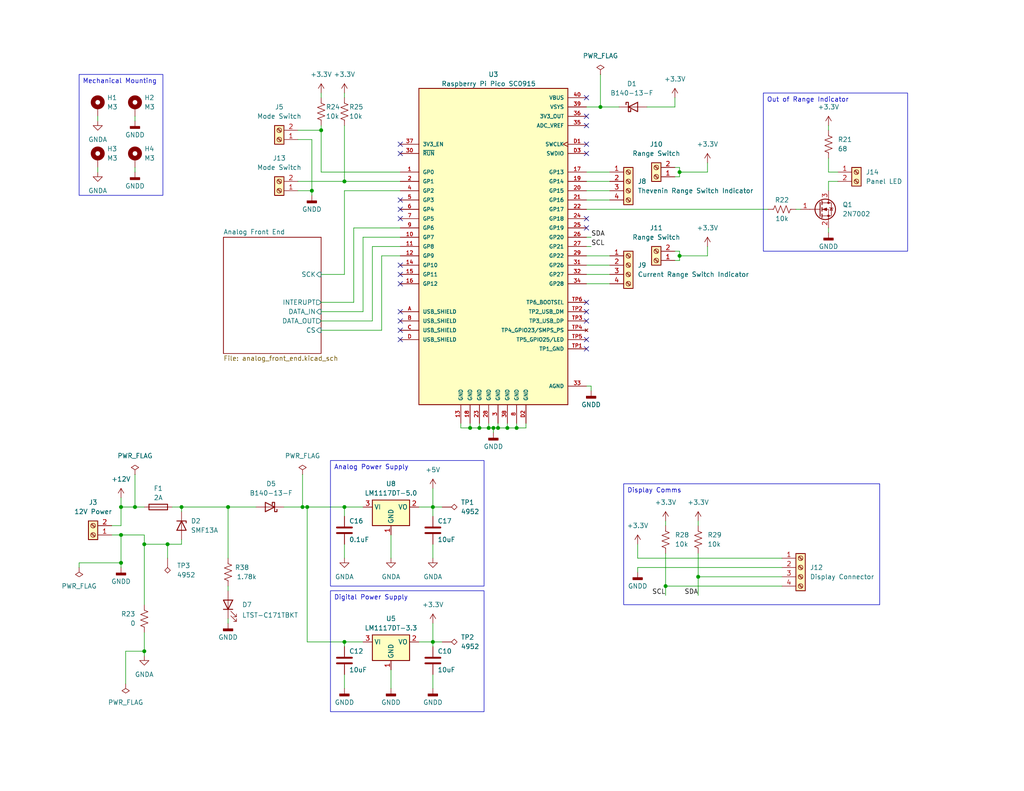
<source format=kicad_sch>
(kicad_sch (version 20230121) (generator eeschema)
  (paper "A")
  (title_block (title "LCR Meter") (date "2023-10-27") (rev "1"))
  (lib_symbols
    (symbol "Connector:Screw_Terminal_01x02" (pin_names (offset 1.016) hide)
      (property "Reference" "J" (at 0 2.54 0))
      (property "Value" "Screw_Terminal_01x02" (at 0 -5.08 0))
      (symbol "Screw_Terminal_01x02_1_1"
        (rectangle (start -1.27 1.27) (end 1.27 -3.81) (stroke (width 0.254)) (fill (type background)))
        (circle (center 0 -2.54) (radius 0.635) (stroke (width 0.1524)))
        (polyline (pts (xy -0.5334 -2.2098) (xy 0.3302 -3.048)) (stroke (width 0.1524)))
        (polyline (pts (xy -0.5334 0.3302) (xy 0.3302 -0.508)) (stroke (width 0.1524)))
        (polyline (pts (xy -0.3556 -2.032) (xy 0.508 -2.8702)) (stroke (width 0.1524)))
        (polyline (pts (xy -0.3556 0.508) (xy 0.508 -0.3302)) (stroke (width 0.1524)))
        (circle (center 0 0) (radius 0.635) (stroke (width 0.1524)))
        (pin passive line (at -5.08 0 0) (length 3.81) (name "Pin_1") (number "1"))
        (pin passive line (at -5.08 -2.54 0) (length 3.81) (name "Pin_2") (number "2"))
      )
    )
    (symbol "Connector:Screw_Terminal_01x04" (pin_names (offset 1.016) hide)
      (property "Reference" "J" (at 0 5.08 0))
      (property "Value" "Screw_Terminal_01x04" (at 0 -7.62 0))
      (symbol "Screw_Terminal_01x04_1_1"
        (rectangle (start -1.27 3.81) (end 1.27 -6.35) (stroke (width 0.254)) (fill (type background)))
        (circle (center 0 -5.08) (radius 0.635) (stroke (width 0.1524)))
        (circle (center 0 -2.54) (radius 0.635) (stroke (width 0.1524)))
        (polyline (pts (xy -0.5334 -4.7498) (xy 0.3302 -5.588)) (stroke (width 0.1524)))
        (polyline (pts (xy -0.5334 -2.2098) (xy 0.3302 -3.048)) (stroke (width 0.1524)))
        (polyline (pts (xy -0.5334 0.3302) (xy 0.3302 -0.508)) (stroke (width 0.1524)))
        (polyline (pts (xy -0.5334 2.8702) (xy 0.3302 2.032)) (stroke (width 0.1524)))
        (polyline (pts (xy -0.3556 -4.572) (xy 0.508 -5.4102)) (stroke (width 0.1524)))
        (polyline (pts (xy -0.3556 -2.032) (xy 0.508 -2.8702)) (stroke (width 0.1524)))
        (polyline (pts (xy -0.3556 0.508) (xy 0.508 -0.3302)) (stroke (width 0.1524)))
        (polyline (pts (xy -0.3556 3.048) (xy 0.508 2.2098)) (stroke (width 0.1524)))
        (circle (center 0 0) (radius 0.635) (stroke (width 0.1524)))
        (circle (center 0 2.54) (radius 0.635) (stroke (width 0.1524)))
        (pin passive line (at -5.08 2.54 0) (length 3.81) (name "Pin_1") (number "1"))
        (pin passive line (at -5.08 0 0) (length 3.81) (name "Pin_2") (number "2"))
        (pin passive line (at -5.08 -2.54 0) (length 3.81) (name "Pin_3") (number "3"))
        (pin passive line (at -5.08 -5.08 0) (length 3.81) (name "Pin_4") (number "4"))
      )
    )
    (symbol "Connector:TestPoint_Alt" (pin_numbers hide) (pin_names (offset 0.762) hide)
      (property "Reference" "TP" (at 0 6.858 0))
      (property "Value" "TestPoint_Alt" (at 0 5.08 0))
      (symbol "TestPoint_Alt_0_1"
        (polyline (pts (xy 0 2.54) (xy -0.762 3.302) (xy 0 4.064) (xy 0.762 3.302) (xy 0 2.54)))
      )
      (symbol "TestPoint_Alt_1_1"
        (pin passive line (at 0 0 90) (length 2.54) (name "1") (number "1"))
      )
    )
    (symbol "Device:C" (pin_numbers hide) (pin_names (offset 0.254))
      (property "Reference" "C" (at 0.635 2.54 0))
      (property "Value" "C" (at 0.635 -2.54 0))
      (symbol "C_0_1"
        (polyline (pts (xy -2.032 -0.762) (xy 2.032 -0.762)) (stroke (width 0.508)))
        (polyline (pts (xy -2.032 0.762) (xy 2.032 0.762)) (stroke (width 0.508)))
      )
      (symbol "C_1_1"
        (pin passive line (at 0 3.81 270) (length 2.794) (name "~") (number "1"))
        (pin passive line (at 0 -3.81 90) (length 2.794) (name "~") (number "2"))
      )
    )
    (symbol "Device:D_Zener" (pin_numbers hide) (pin_names (offset 1.016) hide)
      (property "Reference" "D" (at 0 2.54 0))
      (property "Value" "D_Zener" (at 0 -2.54 0))
      (symbol "D_Zener_0_1"
        (polyline (pts (xy 1.27 0) (xy -1.27 0)))
        (polyline (pts (xy -1.27 -1.27) (xy -1.27 1.27) (xy -0.762 1.27)) (stroke (width 0.254)))
        (polyline (pts (xy 1.27 -1.27) (xy 1.27 1.27) (xy -1.27 0) (xy 1.27 -1.27)) (stroke (width 0.254)))
      )
      (symbol "D_Zener_1_1"
        (pin passive line (at -3.81 0 0) (length 2.54) (name "K") (number "1"))
        (pin passive line (at 3.81 0 180) (length 2.54) (name "A") (number "2"))
      )
    )
    (symbol "Device:Fuse" (pin_numbers hide) (pin_names (offset 0))
      (property "Reference" "F" (at 2.032 0 90))
      (property "Value" "Fuse" (at -1.905 0 90))
      (symbol "Fuse_0_1"
        (rectangle (start -0.762 -2.54) (end 0.762 2.54) (stroke (width 0.254)))
        (polyline (pts (xy 0 2.54) (xy 0 -2.54)))
      )
      (symbol "Fuse_1_1"
        (pin passive line (at 0 3.81 270) (length 1.27) (name "~") (number "1"))
        (pin passive line (at 0 -3.81 90) (length 1.27) (name "~") (number "2"))
      )
    )
    (symbol "Device:LED" (pin_numbers hide) (pin_names (offset 1.016) hide)
      (property "Reference" "D" (at 0 2.54 0))
      (property "Value" "LED" (at 0 -2.54 0))
      (symbol "LED_0_1"
        (polyline (pts (xy -1.27 -1.27) (xy -1.27 1.27)) (stroke (width 0.254)))
        (polyline (pts (xy -1.27 0) (xy 1.27 0)))
        (polyline (pts (xy 1.27 -1.27) (xy 1.27 1.27) (xy -1.27 0) (xy 1.27 -1.27)) (stroke (width 0.254)))
        (polyline (pts (xy -3.048 -0.762) (xy -4.572 -2.286) (xy -3.81 -2.286) (xy -4.572 -2.286) (xy -4.572 -1.524)))
        (polyline (pts (xy -1.778 -0.762) (xy -3.302 -2.286) (xy -2.54 -2.286) (xy -3.302 -2.286) (xy -3.302 -1.524)))
      )
      (symbol "LED_1_1"
        (pin passive line (at -3.81 0 0) (length 2.54) (name "K") (number "1"))
        (pin passive line (at 3.81 0 180) (length 2.54) (name "A") (number "2"))
      )
    )
    (symbol "Device:R_US" (pin_numbers hide) (pin_names (offset 0))
      (property "Reference" "R" (at 2.54 0 90))
      (property "Value" "R_US" (at -2.54 0 90))
      (symbol "R_US_0_1"
        (polyline (pts (xy 0 -2.286) (xy 0 -2.54)))
        (polyline (pts (xy 0 2.286) (xy 0 2.54)))
        (polyline (pts (xy 0 -0.762) (xy 1.016 -1.143) (xy 0 -1.524) (xy -1.016 -1.905) (xy 0 -2.286)))
        (polyline (pts (xy 0 0.762) (xy 1.016 0.381) (xy 0 0) (xy -1.016 -0.381) (xy 0 -0.762)))
        (polyline (pts (xy 0 2.286) (xy 1.016 1.905) (xy 0 1.524) (xy -1.016 1.143) (xy 0 0.762)))
      )
      (symbol "R_US_1_1"
        (pin passive line (at 0 3.81 270) (length 1.27) (name "~") (number "1"))
        (pin passive line (at 0 -3.81 90) (length 1.27) (name "~") (number "2"))
      )
    )
    (symbol "Diode:1N5817" (pin_numbers hide) (pin_names (offset 1.016) hide)
      (property "Reference" "D" (at 0 2.54 0))
      (property "Value" "1N5817" (at 0 -2.54 0))
      (symbol "1N5817_0_1"
        (polyline (pts (xy 1.27 0) (xy -1.27 0)))
        (polyline (pts (xy 1.27 1.27) (xy 1.27 -1.27) (xy -1.27 0) (xy 1.27 1.27)) (stroke (width 0.254)))
        (polyline (pts (xy -1.905 0.635) (xy -1.905 1.27) (xy -1.27 1.27) (xy -1.27 -1.27) (xy -0.635 -1.27) (xy -0.635 -0.635)) (stroke (width 0.254)))
      )
      (symbol "1N5817_1_1"
        (pin passive line (at -3.81 0 0) (length 2.54) (name "K") (number "1"))
        (pin passive line (at 3.81 0 180) (length 2.54) (name "A") (number "2"))
      )
    )
    (symbol "LCR_parts:SC0915" (pin_names (offset 1.016))
      (property "Reference" "U" (at -20.32 44.069 0))
      (property "Value" "SC0915" (at 10.16 43.18 0))
      (symbol "SC0915_0_0"
        (rectangle (start -20.32 -43.18) (end 20.32 43.18) (stroke (width 0.254)) (fill (type background)))
        (pin bidirectional line (at -25.4 20.32 0) (length 5.08) (name "GP0") (number "1"))
        (pin bidirectional line (at -25.4 2.54 0) (length 5.08) (name "GP7") (number "10"))
        (pin bidirectional line (at -25.4 0 0) (length 5.08) (name "GP8") (number "11"))
        (pin bidirectional line (at -25.4 -2.54 0) (length 5.08) (name "GP9") (number "12"))
        (pin power_in line (at -8.89 -48.26 90) (length 5.08) (name "GND") (number "13"))
        (pin bidirectional line (at -25.4 -5.08 0) (length 5.08) (name "GP10") (number "14"))
        (pin bidirectional line (at -25.4 -7.62 0) (length 5.08) (name "GP11") (number "15"))
        (pin bidirectional line (at -25.4 -10.16 0) (length 5.08) (name "GP12") (number "16"))
        (pin bidirectional line (at 25.4 20.32 180) (length 5.08) (name "GP13") (number "17"))
        (pin power_in line (at -6.35 -48.26 90) (length 5.08) (name "GND") (number "18"))
        (pin bidirectional line (at 25.4 17.78 180) (length 5.08) (name "GP14") (number "19"))
        (pin bidirectional line (at -25.4 17.78 0) (length 5.08) (name "GP1") (number "2"))
        (pin bidirectional line (at 25.4 15.24 180) (length 5.08) (name "GP15") (number "20"))
        (pin bidirectional line (at 25.4 12.7 180) (length 5.08) (name "GP16") (number "21"))
        (pin bidirectional line (at 25.4 10.16 180) (length 5.08) (name "GP17") (number "22"))
        (pin power_in line (at -3.81 -48.26 90) (length 5.08) (name "GND") (number "23"))
        (pin bidirectional line (at 25.4 7.62 180) (length 5.08) (name "GP18") (number "24"))
        (pin bidirectional line (at 25.4 5.08 180) (length 5.08) (name "GP19") (number "25"))
        (pin bidirectional line (at 25.4 2.54 180) (length 5.08) (name "GP20") (number "26"))
        (pin bidirectional line (at 25.4 0 180) (length 5.08) (name "GP21") (number "27"))
        (pin power_in line (at -1.27 -48.26 90) (length 5.08) (name "GND") (number "28"))
        (pin bidirectional line (at 25.4 -2.54 180) (length 5.08) (name "GP22") (number "29"))
        (pin power_in line (at 1.27 -48.26 90) (length 5.08) (name "GND") (number "3"))
        (pin input line (at -25.4 25.4 0) (length 5.08) (name "~{RUN}") (number "30"))
        (pin bidirectional line (at 25.4 -5.08 180) (length 5.08) (name "GP26") (number "31"))
        (pin bidirectional line (at 25.4 -7.62 180) (length 5.08) (name "GP27") (number "32"))
        (pin power_in line (at 25.4 -38.1 180) (length 5.08) (name "AGND") (number "33"))
        (pin bidirectional line (at 25.4 -10.16 180) (length 5.08) (name "GP28") (number "34"))
        (pin power_in line (at 25.4 33.02 180) (length 5.08) (name "ADC_VREF") (number "35"))
        (pin power_in line (at 25.4 35.56 180) (length 5.08) (name "3V3_OUT") (number "36"))
        (pin input line (at -25.4 27.94 0) (length 5.08) (name "3V3_EN") (number "37"))
        (pin power_in line (at 3.81 -48.26 90) (length 5.08) (name "GND") (number "38"))
        (pin power_in line (at 25.4 38.1 180) (length 5.08) (name "VSYS") (number "39"))
        (pin bidirectional line (at -25.4 15.24 0) (length 5.08) (name "GP2") (number "4"))
        (pin power_in line (at 25.4 40.64 180) (length 5.08) (name "VBUS") (number "40"))
        (pin bidirectional line (at -25.4 12.7 0) (length 5.08) (name "GP3") (number "5"))
        (pin bidirectional line (at -25.4 10.16 0) (length 5.08) (name "GP4") (number "6"))
        (pin bidirectional line (at -25.4 7.62 0) (length 5.08) (name "GP5") (number "7"))
        (pin power_in line (at 6.35 -48.26 90) (length 5.08) (name "GND") (number "8"))
        (pin bidirectional line (at -25.4 5.08 0) (length 5.08) (name "GP6") (number "9"))
        (pin power_in line (at -25.4 -17.78 0) (length 5.08) (name "USB_SHIELD") (number "A"))
        (pin power_in line (at -25.4 -20.32 0) (length 5.08) (name "USB_SHIELD") (number "B"))
        (pin power_in line (at -25.4 -22.86 0) (length 5.08) (name "USB_SHIELD") (number "C"))
        (pin power_in line (at -25.4 -25.4 0) (length 5.08) (name "USB_SHIELD") (number "D"))
        (pin input clock (at 25.4 27.94 180) (length 5.08) (name "SWCLK") (number "D1"))
        (pin power_in line (at 8.89 -48.26 90) (length 5.08) (name "GND") (number "D2"))
        (pin bidirectional line (at 25.4 25.4 180) (length 5.08) (name "SWDIO") (number "D3"))
        (pin power_in line (at 25.4 -27.94 180) (length 5.08) (name "TP1_GND") (number "TP1"))
        (pin bidirectional line (at 25.4 -17.78 180) (length 5.08) (name "TP2_USB_DM") (number "TP2"))
        (pin bidirectional line (at 25.4 -20.32 180) (length 5.08) (name "TP3_USB_DP") (number "TP3"))
        (pin no_connect line (at 25.4 -22.86 180) (length 5.08) (name "TP4_GPIO23/SMPS_PS") (number "TP4"))
        (pin output line (at 25.4 -25.4 180) (length 5.08) (name "TP5_GPIO25/LED") (number "TP5"))
        (pin input line (at 25.4 -15.24 180) (length 5.08) (name "TP6_BOOTSEL") (number "TP6"))
      )
    )
    (symbol "Mechanical:MountingHole_Pad" (pin_numbers hide) (pin_names (offset 1.016) hide)
      (property "Reference" "H" (at 0 6.35 0))
      (property "Value" "MountingHole_Pad" (at 0 4.445 0))
      (symbol "MountingHole_Pad_0_1"
        (circle (center 0 1.27) (radius 1.27) (stroke (width 1.27)))
      )
      (symbol "MountingHole_Pad_1_1"
        (pin input line (at 0 -2.54 90) (length 2.54) (name "1") (number "1"))
      )
    )
    (symbol "Regulator_Linear:LM1117DT-3.3"
      (property "Reference" "U" (at -3.81 3.175 0))
      (property "Value" "LM1117DT-3.3" (at 0 3.175 0))
      (symbol "LM1117DT-3.3_0_1"
        (rectangle (start -5.08 -5.08) (end 5.08 1.905) (stroke (width 0.254)) (fill (type background)))
      )
      (symbol "LM1117DT-3.3_1_1"
        (pin power_in line (at 0 -7.62 90) (length 2.54) (name "GND") (number "1"))
        (pin power_out line (at 7.62 0 180) (length 2.54) (name "VO") (number "2"))
        (pin power_in line (at -7.62 0 0) (length 2.54) (name "VI") (number "3"))
      )
    )
    (symbol "Regulator_Linear:LM1117DT-5.0"
      (property "Reference" "U" (at -3.81 3.175 0))
      (property "Value" "LM1117DT-5.0" (at 0 3.175 0))
      (symbol "LM1117DT-5.0_0_1"
        (rectangle (start -5.08 -5.08) (end 5.08 1.905) (stroke (width 0.254)) (fill (type background)))
      )
      (symbol "LM1117DT-5.0_1_1"
        (pin power_in line (at 0 -7.62 90) (length 2.54) (name "GND") (number "1"))
        (pin power_out line (at 7.62 0 180) (length 2.54) (name "VO") (number "2"))
        (pin power_in line (at -7.62 0 0) (length 2.54) (name "VI") (number "3"))
      )
    )
    (symbol "Transistor_FET:2N7002" (pin_names hide)
      (property "Reference" "Q" (at 5.08 1.905 0))
      (property "Value" "2N7002" (at 5.08 0 0))
      (symbol "2N7002_0_1"
        (polyline (pts (xy 0.254 0) (xy -2.54 0)))
        (polyline (pts (xy 0.254 1.905) (xy 0.254 -1.905)) (stroke (width 0.254)))
        (polyline (pts (xy 0.762 -1.27) (xy 0.762 -2.286)) (stroke (width 0.254)))
        (polyline (pts (xy 0.762 0.508) (xy 0.762 -0.508)) (stroke (width 0.254)))
        (polyline (pts (xy 0.762 2.286) (xy 0.762 1.27)) (stroke (width 0.254)))
        (polyline (pts (xy 2.54 2.54) (xy 2.54 1.778)))
        (polyline (pts (xy 2.54 -2.54) (xy 2.54 0) (xy 0.762 0)))
        (polyline (pts (xy 0.762 -1.778) (xy 3.302 -1.778) (xy 3.302 1.778) (xy 0.762 1.778)))
        (polyline (pts (xy 1.016 0) (xy 2.032 0.381) (xy 2.032 -0.381) (xy 1.016 0)) (fill (type outline)))
        (polyline (pts (xy 2.794 0.508) (xy 2.921 0.381) (xy 3.683 0.381) (xy 3.81 0.254)))
        (polyline (pts (xy 3.302 0.381) (xy 2.921 -0.254) (xy 3.683 -0.254) (xy 3.302 0.381)))
        (circle (center 1.651 0) (radius 2.794) (stroke (width 0.254)))
        (circle (center 2.54 -1.778) (radius 0.254) (fill (type outline)))
        (circle (center 2.54 1.778) (radius 0.254) (fill (type outline)))
      )
      (symbol "2N7002_1_1"
        (pin input line (at -5.08 0 0) (length 2.54) (name "G") (number "1"))
        (pin passive line (at 2.54 -5.08 90) (length 2.54) (name "S") (number "2"))
        (pin passive line (at 2.54 5.08 270) (length 2.54) (name "D") (number "3"))
      )
    )
    (symbol "power:+12V" (power) (pin_names (offset 0))
      (property "Value" "+12V" (at 0 3.556 0))
      (symbol "+12V_0_1"
        (polyline (pts (xy -0.762 1.27) (xy 0 2.54)))
        (polyline (pts (xy 0 0) (xy 0 2.54)))
        (polyline (pts (xy 0 2.54) (xy 0.762 1.27)))
      )
      (symbol "+12V_1_1"
        (pin power_in line (at 0 0 90) (length 0) hide (name "+12V") (number "1"))
      )
    )
    (symbol "power:+3.3V" (power) (pin_names (offset 0))
      (property "Value" "+3.3V" (at 0 3.556 0))
      (symbol "+3.3V_0_1"
        (polyline (pts (xy -0.762 1.27) (xy 0 2.54)))
        (polyline (pts (xy 0 0) (xy 0 2.54)))
        (polyline (pts (xy 0 2.54) (xy 0.762 1.27)))
      )
      (symbol "+3.3V_1_1"
        (pin power_in line (at 0 0 90) (length 0) hide (name "+3.3V") (number "1"))
      )
    )
    (symbol "power:+5V" (power) (pin_names (offset 0))
      (property "Value" "+5V" (at 0 3.556 0))
      (symbol "+5V_0_1"
        (polyline (pts (xy -0.762 1.27) (xy 0 2.54)))
        (polyline (pts (xy 0 0) (xy 0 2.54)))
        (polyline (pts (xy 0 2.54) (xy 0.762 1.27)))
      )
      (symbol "+5V_1_1"
        (pin power_in line (at 0 0 90) (length 0) hide (name "+5V") (number "1"))
      )
    )
    (symbol "power:GNDA" (power) (pin_names (offset 0))
      (property "Value" "GNDA" (at 0 -3.81 0))
      (symbol "GNDA_0_1"
        (polyline (pts (xy 0 0) (xy 0 -1.27) (xy 1.27 -1.27) (xy 0 -2.54) (xy -1.27 -1.27) (xy 0 -1.27)))
      )
      (symbol "GNDA_1_1"
        (pin power_in line (at 0 0 270) (length 0) hide (name "GNDA") (number "1"))
      )
    )
    (symbol "power:GNDD" (power) (pin_names (offset 0))
      (property "Value" "GNDD" (at 0 -3.175 0))
      (symbol "GNDD_0_1"
        (rectangle (start -1.27 -1.524) (end 1.27 -2.032) (stroke (width 0.254)) (fill (type outline)))
        (polyline (pts (xy 0 0) (xy 0 -1.524)))
      )
      (symbol "GNDD_1_1"
        (pin power_in line (at 0 0 270) (length 0) hide (name "GNDD") (number "1"))
      )
    )
    (symbol "power:PWR_FLAG" (power) (pin_numbers hide) (pin_names (offset 0) hide)
      (property "Value" "PWR_FLAG" (at 0 3.81 0))
      (symbol "PWR_FLAG_0_0"
        (pin power_out line (at 0 0 90) (length 0) (name "pwr") (number "1"))
      )
      (symbol "PWR_FLAG_0_1"
        (polyline (pts (xy 0 0) (xy 0 1.27) (xy -1.016 1.905) (xy 0 2.54) (xy 1.016 1.905) (xy 0 1.27)))
      )
    )
  )
  (junction (at 87.63 35.56))
  (junction (at 82.55 138.43))
  (junction (at 93.98 138.43))
  (junction (at 39.37 177.8))
  (junction (at 93.98 49.53))
  (junction (at 45.72 148.59))
  (junction (at 33.02 146.05))
  (junction (at 185.42 69.85))
  (junction (at 135.89 116.84))
  (junction (at 33.02 138.43))
  (junction (at 130.81 116.84))
  (junction (at 49.53 138.43))
  (junction (at 134.62 116.84))
  (junction (at 33.02 153.67))
  (junction (at 128.27 116.84))
  (junction (at 138.43 116.84))
  (junction (at 163.83 29.21))
  (junction (at 85.09 52.07))
  (junction (at 118.11 175.26))
  (junction (at 185.42 46.99))
  (junction (at 118.11 138.43))
  (junction (at 62.23 138.43))
  (junction (at 83.82 138.43))
  (junction (at 39.37 148.59))
  (junction (at 133.35 116.84))
  (junction (at 140.97 116.84))
  (junction (at 181.61 160.02))
  (junction (at 36.83 138.43))
  (junction (at 190.5 157.48))
  (junction (at 93.98 175.26))
  (no_connect (at 160.02 41.91))
  (no_connect (at 109.22 74.93))
  (no_connect (at 109.22 77.47))
  (no_connect (at 160.02 87.63))
  (no_connect (at 160.02 62.23))
  (no_connect (at 160.02 95.25))
  (no_connect (at 160.02 92.71))
  (no_connect (at 160.02 85.09))
  (no_connect (at 109.22 90.17))
  (no_connect (at 160.02 82.55))
  (no_connect (at 160.02 39.37))
  (no_connect (at 109.22 72.39))
  (no_connect (at 109.22 59.69))
  (no_connect (at 109.22 87.63))
  (no_connect (at 109.22 54.61))
  (no_connect (at 109.22 57.15))
  (no_connect (at 109.22 92.71))
  (no_connect (at 160.02 34.29))
  (no_connect (at 160.02 31.75))
  (no_connect (at 109.22 85.09))
  (no_connect (at 160.02 26.67))
  (no_connect (at 109.22 41.91))
  (no_connect (at 160.02 59.69))
  (no_connect (at 109.22 39.37))
  (wire (pts (xy 62.23 160.02) (xy 62.23 161.29)))
  (wire (pts (xy 114.3 138.43) (xy 118.11 138.43)))
  (wire (pts (xy 190.5 157.48) (xy 190.5 162.56)))
  (wire (pts (xy 93.98 74.93) (xy 93.98 52.07)))
  (wire (pts (xy 160.02 46.99) (xy 166.37 46.99)))
  (wire (pts (xy 30.48 143.51) (xy 33.02 143.51)))
  (wire (pts (xy 81.28 49.53) (xy 93.98 49.53)))
  (wire (pts (xy 49.53 148.59) (xy 45.72 148.59)))
  (wire (pts (xy 87.63 26.67) (xy 87.63 25.4)))
  (wire (pts (xy 118.11 133.35) (xy 118.11 138.43)))
  (wire (pts (xy 62.23 138.43) (xy 62.23 152.4)))
  (wire (pts (xy 83.82 138.43) (xy 83.82 175.26)))
  (wire (pts (xy 185.42 46.99) (xy 185.42 48.26)))
  (wire (pts (xy 33.02 138.43) (xy 36.83 138.43)))
  (wire (pts (xy 128.27 116.84) (xy 130.81 116.84)))
  (wire (pts (xy 118.11 175.26) (xy 120.65 175.26)))
  (wire (pts (xy 160.02 105.41) (xy 161.29 105.41)))
  (wire (pts (xy 93.98 26.67) (xy 93.98 25.4)))
  (wire (pts (xy 181.61 151.13) (xy 181.61 160.02)))
  (wire (pts (xy 173.99 152.4) (xy 173.99 148.59)))
  (wire (pts (xy 87.63 74.93) (xy 93.98 74.93)))
  (wire (pts (xy 93.98 49.53) (xy 109.22 49.53)))
  (wire (pts (xy 133.35 115.57) (xy 133.35 116.84)))
  (wire (pts (xy 118.11 138.43) (xy 120.65 138.43)))
  (wire (pts (xy 39.37 172.72) (xy 39.37 177.8)))
  (wire (pts (xy 85.09 52.07) (xy 85.09 53.34)))
  (wire (pts (xy 193.04 69.85) (xy 193.04 67.31)))
  (wire (pts (xy 99.06 64.77) (xy 99.06 85.09)))
  (wire (pts (xy 226.06 46.99) (xy 228.6 46.99)))
  (wire (pts (xy 163.83 29.21) (xy 168.91 29.21)))
  (wire (pts (xy 62.23 138.43) (xy 69.85 138.43)))
  (wire (pts (xy 185.42 45.72) (xy 185.42 46.99)))
  (wire (pts (xy 101.6 87.63) (xy 87.63 87.63)))
  (wire (pts (xy 184.15 26.67) (xy 184.15 29.21)))
  (wire (pts (xy 21.59 153.67) (xy 33.02 153.67)))
  (wire (pts (xy 109.22 64.77) (xy 99.06 64.77)))
  (wire (pts (xy 36.83 129.54) (xy 36.83 138.43)))
  (wire (pts (xy 118.11 184.15) (xy 118.11 187.96)))
  (wire (pts (xy 39.37 177.8) (xy 39.37 179.07)))
  (wire (pts (xy 49.53 138.43) (xy 62.23 138.43)))
  (wire (pts (xy 160.02 52.07) (xy 166.37 52.07)))
  (wire (pts (xy 114.3 175.26) (xy 118.11 175.26)))
  (wire (pts (xy 87.63 90.17) (xy 104.14 90.17)))
  (wire (pts (xy 85.09 38.1) (xy 85.09 52.07)))
  (wire (pts (xy 93.98 187.96) (xy 93.98 184.15)))
  (wire (pts (xy 21.59 153.67) (xy 21.59 154.94)))
  (wire (pts (xy 181.61 160.02) (xy 213.36 160.02)))
  (wire (pts (xy 33.02 146.05) (xy 33.02 153.67)))
  (wire (pts (xy 140.97 116.84) (xy 143.51 116.84)))
  (wire (pts (xy 185.42 69.85) (xy 193.04 69.85)))
  (wire (pts (xy 118.11 175.26) (xy 118.11 176.53)))
  (wire (pts (xy 34.29 177.8) (xy 39.37 177.8)))
  (wire (pts (xy 135.89 115.57) (xy 135.89 116.84)))
  (wire (pts (xy 161.29 105.41) (xy 161.29 106.68)))
  (wire (pts (xy 36.83 45.72) (xy 36.83 46.99)))
  (wire (pts (xy 160.02 72.39) (xy 166.37 72.39)))
  (wire (pts (xy 181.61 160.02) (xy 181.61 162.56)))
  (wire (pts (xy 49.53 147.32) (xy 49.53 148.59)))
  (wire (pts (xy 30.48 146.05) (xy 33.02 146.05)))
  (wire (pts (xy 160.02 49.53) (xy 166.37 49.53)))
  (wire (pts (xy 96.52 82.55) (xy 96.52 62.23)))
  (wire (pts (xy 134.62 116.84) (xy 134.62 118.11)))
  (wire (pts (xy 82.55 129.54) (xy 82.55 138.43)))
  (wire (pts (xy 185.42 48.26) (xy 184.15 48.26)))
  (wire (pts (xy 81.28 38.1) (xy 85.09 38.1)))
  (wire (pts (xy 138.43 115.57) (xy 138.43 116.84)))
  (wire (pts (xy 133.35 116.84) (xy 134.62 116.84)))
  (wire (pts (xy 104.14 90.17) (xy 104.14 69.85)))
  (wire (pts (xy 34.29 186.69) (xy 34.29 177.8)))
  (wire (pts (xy 106.68 182.88) (xy 106.68 187.96)))
  (wire (pts (xy 49.53 138.43) (xy 49.53 139.7)))
  (wire (pts (xy 93.98 176.53) (xy 93.98 175.26)))
  (wire (pts (xy 226.06 52.07) (xy 226.06 49.53)))
  (wire (pts (xy 176.53 29.21) (xy 184.15 29.21)))
  (wire (pts (xy 181.61 142.24) (xy 181.61 143.51)))
  (wire (pts (xy 39.37 146.05) (xy 39.37 148.59)))
  (wire (pts (xy 193.04 46.99) (xy 193.04 44.45)))
  (wire (pts (xy 109.22 67.31) (xy 101.6 67.31)))
  (wire (pts (xy 226.06 62.23) (xy 226.06 63.5)))
  (wire (pts (xy 99.06 85.09) (xy 87.63 85.09)))
  (wire (pts (xy 87.63 82.55) (xy 96.52 82.55)))
  (wire (pts (xy 87.63 46.99) (xy 109.22 46.99)))
  (wire (pts (xy 173.99 154.94) (xy 173.99 156.21)))
  (wire (pts (xy 93.98 49.53) (xy 93.98 34.29)))
  (wire (pts (xy 82.55 138.43) (xy 83.82 138.43)))
  (wire (pts (xy 93.98 175.26) (xy 99.06 175.26)))
  (wire (pts (xy 160.02 29.21) (xy 163.83 29.21)))
  (wire (pts (xy 45.72 148.59) (xy 39.37 148.59)))
  (wire (pts (xy 190.5 157.48) (xy 213.36 157.48)))
  (wire (pts (xy 184.15 71.12) (xy 185.42 71.12)))
  (wire (pts (xy 62.23 168.91) (xy 62.23 170.18)))
  (wire (pts (xy 96.52 62.23) (xy 109.22 62.23)))
  (wire (pts (xy 118.11 170.18) (xy 118.11 175.26)))
  (wire (pts (xy 39.37 146.05) (xy 33.02 146.05)))
  (wire (pts (xy 160.02 74.93) (xy 166.37 74.93)))
  (wire (pts (xy 185.42 69.85) (xy 185.42 71.12)))
  (wire (pts (xy 87.63 35.56) (xy 87.63 46.99)))
  (wire (pts (xy 134.62 116.84) (xy 135.89 116.84)))
  (wire (pts (xy 217.17 57.15) (xy 218.44 57.15)))
  (wire (pts (xy 190.5 142.24) (xy 190.5 143.51)))
  (wire (pts (xy 33.02 138.43) (xy 33.02 143.51)))
  (wire (pts (xy 46.99 138.43) (xy 49.53 138.43)))
  (wire (pts (xy 83.82 138.43) (xy 93.98 138.43)))
  (wire (pts (xy 184.15 45.72) (xy 185.42 45.72)))
  (wire (pts (xy 125.73 115.57) (xy 125.73 116.84)))
  (wire (pts (xy 135.89 116.84) (xy 138.43 116.84)))
  (wire (pts (xy 33.02 135.89) (xy 33.02 138.43)))
  (wire (pts (xy 140.97 115.57) (xy 140.97 116.84)))
  (wire (pts (xy 93.98 138.43) (xy 99.06 138.43)))
  (wire (pts (xy 93.98 148.59) (xy 93.98 152.4)))
  (wire (pts (xy 128.27 115.57) (xy 128.27 116.84)))
  (wire (pts (xy 104.14 69.85) (xy 109.22 69.85)))
  (wire (pts (xy 36.83 31.75) (xy 36.83 33.02)))
  (wire (pts (xy 118.11 138.43) (xy 118.11 140.97)))
  (wire (pts (xy 226.06 49.53) (xy 228.6 49.53)))
  (wire (pts (xy 36.83 138.43) (xy 39.37 138.43)))
  (wire (pts (xy 130.81 116.84) (xy 133.35 116.84)))
  (wire (pts (xy 185.42 46.99) (xy 193.04 46.99)))
  (wire (pts (xy 226.06 34.29) (xy 226.06 35.56)))
  (wire (pts (xy 160.02 57.15) (xy 209.55 57.15)))
  (wire (pts (xy 93.98 138.43) (xy 93.98 140.97)))
  (wire (pts (xy 160.02 69.85) (xy 166.37 69.85)))
  (wire (pts (xy 213.36 154.94) (xy 173.99 154.94)))
  (wire (pts (xy 81.28 35.56) (xy 87.63 35.56)))
  (wire (pts (xy 184.15 68.58) (xy 185.42 68.58)))
  (wire (pts (xy 26.67 31.75) (xy 26.67 33.02)))
  (wire (pts (xy 118.11 148.59) (xy 118.11 152.4)))
  (wire (pts (xy 33.02 153.67) (xy 33.02 154.94)))
  (wire (pts (xy 143.51 116.84) (xy 143.51 115.57)))
  (wire (pts (xy 125.73 116.84) (xy 128.27 116.84)))
  (wire (pts (xy 138.43 116.84) (xy 140.97 116.84)))
  (wire (pts (xy 163.83 20.32) (xy 163.83 29.21)))
  (wire (pts (xy 106.68 146.05) (xy 106.68 152.4)))
  (wire (pts (xy 87.63 35.56) (xy 87.63 34.29)))
  (wire (pts (xy 213.36 152.4) (xy 173.99 152.4)))
  (wire (pts (xy 130.81 115.57) (xy 130.81 116.84)))
  (wire (pts (xy 190.5 151.13) (xy 190.5 157.48)))
  (wire (pts (xy 160.02 64.77) (xy 161.29 64.77)))
  (wire (pts (xy 39.37 148.59) (xy 39.37 165.1)))
  (wire (pts (xy 93.98 175.26) (xy 83.82 175.26)))
  (wire (pts (xy 185.42 68.58) (xy 185.42 69.85)))
  (wire (pts (xy 160.02 77.47) (xy 166.37 77.47)))
  (wire (pts (xy 26.67 45.72) (xy 26.67 46.99)))
  (wire (pts (xy 77.47 138.43) (xy 82.55 138.43)))
  (wire (pts (xy 160.02 54.61) (xy 166.37 54.61)))
  (wire (pts (xy 226.06 43.18) (xy 226.06 46.99)))
  (wire (pts (xy 93.98 52.07) (xy 109.22 52.07)))
  (wire (pts (xy 45.72 148.59) (xy 45.72 152.4)))
  (wire (pts (xy 81.28 52.07) (xy 85.09 52.07)))
  (wire (pts (xy 160.02 67.31) (xy 161.29 67.31)))
  (wire (pts (xy 101.6 67.31) (xy 101.6 87.63)))
  (text_box "Analog Power Supply" (at 90.17 125.73 0) (size 41.91 34.29) (effects (font (size 1.27 1.27)) (justify left top)))
  (text_box "Out of Range Indicator" (at 208.28 25.4 0) (size 39.37 43.18) (effects (font (size 1.27 1.27)) (justify left top)))
  (text_box "Display Comms" (at 170.18 132.08 0) (size 69.85 33.02) (effects (font (size 1.27 1.27)) (justify left top)))
  (text_box "Digital Power Supply" (at 90.17 161.29 0) (size 41.91 33.02) (effects (font (size 1.27 1.27)) (justify left top)))
  (text_box "Mechanical Mounting" (at 21.59 20.32 0) (size 22.86 33.02) (effects (font (size 1.27 1.27)) (justify left top)))
  (label "SDA" (at 161.29 64.77 0))
  (label "SDA" (at 190.5 162.56 180))
  (label "SCL" (at 161.29 67.31 0))
  (label "SCL" (at 181.61 162.56 180))
  (symbol (lib_id "power:GNDD") (at 161.29 106.68 0) (unit 1)
    (property "Reference" "#PWR041" (effects hide))
    (property "Value" "GNDD" (at 161.29 110.49 0))
  )
  (symbol (lib_id "Device:R_US") (at 39.37 168.91 0) (unit 1)
    (property "Reference" "R23" (at 33.02 167.64 0) (effects (justify left)))
    (property "Value" "0" (at 35.56 170.18 0) (effects (justify left)))
    (property "Footprint" "Resistor_SMD:R_0805_2012Metric" (effects hide))
  )
  (symbol (lib_id "power:PWR_FLAG") (at 82.55 129.54 0) (unit 1)
    (property "Reference" "#FLG05" (effects hide))
    (property "Value" "PWR_FLAG" (at 82.55 124.46 0))
  )
  (symbol (lib_id "Mechanical:MountingHole_Pad") (at 36.83 43.18 0) (unit 1)
    (property "Reference" "H4" (at 39.37 40.64 0) (effects (justify left)))
    (property "Value" "M3" (at 39.37 43.18 0) (effects (justify left)))
    (property "Footprint" "MountingHole:MountingHole_3.2mm_M3_Pad_Via" (effects hide))
  )
  (symbol (lib_id "LCR_parts:SC0915") (at 134.62 67.31 0) (unit 1)
    (property "Reference" "U3" (at 134.62 20.32 0))
    (property "Value" "Raspberry Pi Pico SC0915" (at 133.35 22.86 0))
    (property "Footprint" "LC_meter:MODULE_SC0915" (effects hide))
    (property "MF" "Raspberry Pi" (effects hide))
    (property "Description" "\nRaspberry Pi Pico Embedded Dev Module | Raspberry Pi SC0915\n" (effects hide))
    (property "Package" "None" (effects hide))
    (property "Price" "None" (effects hide))
    (property "Check_prices" "https://www.snapeda.com/parts/SC0915/Raspberry+Pi/view-part/?ref=eda" (effects hide))
    (property "STANDARD" "Manufacturer Recommendations" (effects hide))
    (property "PARTREV" "1.9" (effects hide))
    (property "SnapEDA_Link" "https://www.snapeda.com/parts/SC0915/Raspberry+Pi/view-part/?ref=snap" (effects hide))
    (property "MP" "SC0915" (effects hide))
    (property "Purchase-URL" "https://www.snapeda.com/api/url_track_click_mouser/?unipart_id=6331605&manufacturer=Raspberry Pi&part_name=SC0915&search_term=raspberry pi pico" (effects hide))
    (property "MANUFACTURER" "Pi Supply" (effects hide))
    (property "Availability" "In Stock" (effects hide))
    (property "SNAPEDA_PN" "SC0915" (effects hide))
  )
  (symbol (lib_id "Connector:Screw_Terminal_01x04") (at 218.44 154.94 0) (unit 1)
    (property "Reference" "J12" (at 220.98 154.94 0) (effects (justify left)))
    (property "Value" "Display Connector" (at 220.98 157.48 0) (effects (justify left)))
    (property "Footprint" "TerminalBlock_Phoenix:TerminalBlock_Phoenix_MPT-0,5-4-2.54_1x04_P2.54mm_Horizontal" (effects hide))
  )
  (symbol (lib_id "Device:R_US") (at 62.23 156.21 180) (unit 1)
    (property "Reference" "R38" (at 66.04 154.94 0))
    (property "Value" "1.78k" (at 67.31 157.48 0))
    (property "Footprint" "Resistor_SMD:R_0805_2012Metric" (effects hide))
  )
  (symbol (lib_id "Connector:Screw_Terminal_01x02") (at 179.07 48.26 180) (unit 1)
    (property "Reference" "J10" (at 179.07 39.37 0))
    (property "Value" "Range Switch" (at 179.07 41.91 0))
    (property "Footprint" "TerminalBlock_Phoenix:TerminalBlock_Phoenix_MPT-0,5-2-2.54_1x02_P2.54mm_Horizontal" (effects hide))
  )
  (symbol (lib_id "Device:C") (at 93.98 144.78 0) (unit 1)
    (property "Reference" "C16" (at 95.25 142.24 0) (effects (justify left)))
    (property "Value" "0.1uF" (at 95.25 147.32 0) (effects (justify left)))
    (property "Footprint" "Capacitor_SMD:C_0805_2012Metric" (effects hide))
  )
  (symbol (lib_id "power:+3.3V") (at 93.98 25.4 0) (unit 1)
    (property "Reference" "#PWR049" (effects hide))
    (property "Value" "+3.3V" (at 93.98 20.32 0))
  )
  (symbol (lib_id "power:GNDA") (at 106.68 152.4 0) (unit 1)
    (property "Reference" "#PWR010" (effects hide))
    (property "Value" "GNDA" (at 106.68 157.48 0))
  )
  (symbol (lib_id "power:+3.3V") (at 184.15 26.67 0) (unit 1)
    (property "Reference" "#PWR031" (effects hide))
    (property "Value" "+3.3V" (at 184.15 21.59 0))
  )
  (symbol (lib_id "power:PWR_FLAG") (at 36.83 129.54 0) (unit 1)
    (property "Reference" "#FLG04" (effects hide))
    (property "Value" "PWR_FLAG" (at 36.83 124.46 0))
  )
  (symbol (lib_id "power:GNDA") (at 118.11 152.4 0) (unit 1)
    (property "Reference" "#PWR011" (effects hide))
    (property "Value" "GNDA" (at 118.11 157.48 0))
  )
  (symbol (lib_id "power:GNDD") (at 134.62 118.11 0) (unit 1)
    (property "Reference" "#PWR022" (effects hide))
    (property "Value" "GNDD" (at 134.62 121.92 0))
  )
  (symbol (lib_id "power:+3.3V") (at 87.63 25.4 0) (unit 1)
    (property "Reference" "#PWR050" (effects hide))
    (property "Value" "+3.3V" (at 87.63 20.32 0))
  )
  (symbol (lib_id "Device:R_US") (at 190.5 147.32 0) (unit 1)
    (property "Reference" "R29" (at 193.04 146.05 0) (effects (justify left)))
    (property "Value" "10k" (at 193.04 148.59 0) (effects (justify left)))
    (property "Footprint" "Resistor_SMD:R_0805_2012Metric" (effects hide))
  )
  (symbol (lib_id "power:GNDA") (at 26.67 46.99 0) (unit 1)
    (property "Reference" "#PWR046" (effects hide))
    (property "Value" "GNDA" (at 26.67 52.07 0))
  )
  (symbol (lib_id "Regulator_Linear:LM1117DT-5.0") (at 106.68 138.43 0) (unit 1)
    (property "Reference" "U8" (at 106.68 132.08 0))
    (property "Value" "LM1117DT-5.0" (at 106.68 134.62 0))
    (property "Footprint" "Package_TO_SOT_SMD:TO-252-3_TabPin2" (effects hide))
    (property "Datasheet" "http://www.ti.com/lit/ds/symlink/lm1117.pdf" (effects hide))
  )
  (symbol (lib_id "power:GNDD") (at 226.06 63.5 0) (unit 1)
    (property "Reference" "#PWR051" (effects hide))
    (property "Value" "GNDD" (at 226.06 67.31 0))
  )
  (symbol (lib_id "Mechanical:MountingHole_Pad") (at 36.83 29.21 0) (unit 1)
    (property "Reference" "H2" (at 39.37 26.67 0) (effects (justify left)))
    (property "Value" "M3" (at 39.37 29.21 0) (effects (justify left)))
    (property "Footprint" "MountingHole:MountingHole_3.2mm_M3_Pad_Via" (effects hide))
  )
  (symbol (lib_id "Device:R_US") (at 226.06 39.37 0) (unit 1)
    (property "Reference" "R21" (at 228.6 38.1 0) (effects (justify left)))
    (property "Value" "68" (at 228.6 40.64 0) (effects (justify left)))
    (property "Footprint" "Resistor_SMD:R_0805_2012Metric" (effects hide))
  )
  (symbol (lib_id "Device:LED") (at 62.23 165.1 90) (unit 1)
    (property "Reference" "D7" (at 66.04 165.1 90) (effects (justify right)))
    (property "Value" "LTST-C171TBKT" (at 66.04 167.9575 90) (effects (justify right)))
    (property "Footprint" "LED_SMD:LED_0805_2012Metric" (effects hide))
  )
  (symbol (lib_id "power:GNDD") (at 118.11 187.96 0) (unit 1)
    (property "Reference" "#PWR028" (effects hide))
    (property "Value" "GNDD" (at 118.11 191.77 0))
  )
  (symbol (lib_id "Device:C") (at 93.98 180.34 0) (unit 1)
    (property "Reference" "C12" (at 95.25 177.8 0) (effects (justify left)))
    (property "Value" "10uF" (at 95.25 182.88 0) (effects (justify left)))
    (property "Footprint" "Capacitor_SMD:C_0805_2012Metric" (effects hide))
  )
  (symbol (lib_id "Connector:TestPoint_Alt") (at 120.65 138.43 270) (unit 1)
    (property "Reference" "TP1" (at 125.73 137.16 90) (effects (justify left)))
    (property "Value" "4952" (at 125.73 139.7 90) (effects (justify left)))
    (property "Footprint" "Connector_Pin:Pin_D1.2mm_L10.2mm_W2.9mm_FlatFork" (effects hide))
  )
  (symbol (lib_id "Connector:Screw_Terminal_01x02") (at 233.68 46.99 0) (unit 1)
    (property "Reference" "J14" (at 236.22 46.99 0) (effects (justify left)))
    (property "Value" "Panel LED" (at 236.22 49.53 0) (effects (justify left)))
    (property "Footprint" "TerminalBlock_Phoenix:TerminalBlock_Phoenix_MPT-0,5-2-2.54_1x02_P2.54mm_Horizontal" (effects hide))
  )
  (symbol (lib_id "Device:R_US") (at 213.36 57.15 90) (unit 1)
    (property "Reference" "R22" (at 213.36 54.61 90))
    (property "Value" "10k" (at 213.36 59.69 90))
    (property "Footprint" "Resistor_SMD:R_0805_2012Metric" (effects hide))
  )
  (symbol (lib_id "Connector:Screw_Terminal_01x02") (at 179.07 71.12 180) (unit 1)
    (property "Reference" "J11" (at 179.07 62.23 0))
    (property "Value" "Range Switch" (at 179.07 64.77 0))
    (property "Footprint" "TerminalBlock_Phoenix:TerminalBlock_Phoenix_MPT-0,5-2-2.54_1x02_P2.54mm_Horizontal" (effects hide))
  )
  (symbol (lib_id "power:GNDD") (at 36.83 33.02 0) (unit 1)
    (property "Reference" "#PWR045" (effects hide))
    (property "Value" "GNDD" (at 36.83 36.83 0))
  )
  (symbol (lib_id "power:PWR_FLAG") (at 21.59 154.94 180) (unit 1)
    (property "Reference" "#FLG02" (effects hide))
    (property "Value" "PWR_FLAG" (at 21.59 160.02 0))
  )
  (symbol (lib_id "Connector:Screw_Terminal_01x02") (at 76.2 38.1 180) (unit 1)
    (property "Reference" "J5" (at 76.2 29.21 0))
    (property "Value" "Mode Switch" (at 76.2 31.75 0))
    (property "Footprint" "TerminalBlock_Phoenix:TerminalBlock_Phoenix_MPT-0,5-2-2.54_1x02_P2.54mm_Horizontal" (effects hide))
  )
  (symbol (lib_id "Connector:Screw_Terminal_01x02") (at 76.2 52.07 180) (unit 1)
    (property "Reference" "J13" (at 76.2 43.18 0))
    (property "Value" "Mode Switch" (at 76.2 45.72 0))
    (property "Footprint" "TerminalBlock_Phoenix:TerminalBlock_Phoenix_MPT-0,5-2-2.54_1x02_P2.54mm_Horizontal" (effects hide))
  )
  (symbol (lib_id "Device:R_US") (at 181.61 147.32 0) (unit 1)
    (property "Reference" "R28" (at 184.15 146.05 0) (effects (justify left)))
    (property "Value" "10k" (at 184.15 148.59 0) (effects (justify left)))
    (property "Footprint" "Resistor_SMD:R_0805_2012Metric" (effects hide))
  )
  (symbol (lib_id "Device:R_US") (at 93.98 30.48 0) (unit 1)
    (property "Reference" "R25" (at 95.25 29.21 0) (effects (justify left)))
    (property "Value" "10k" (at 95.25 31.75 0) (effects (justify left)))
    (property "Footprint" "Resistor_SMD:R_0805_2012Metric" (effects hide))
  )
  (symbol (lib_id "power:+3.3V") (at 193.04 67.31 0) (unit 1)
    (property "Reference" "#PWR043" (effects hide))
    (property "Value" "+3.3V" (at 193.04 62.23 0))
  )
  (symbol (lib_id "Device:Fuse") (at 43.18 138.43 90) (unit 1)
    (property "Reference" "F1" (at 43.18 133.35 90))
    (property "Value" "2A" (at 43.18 135.89 90))
    (property "Footprint" "Fuse:Fuse_0805_2012Metric" (effects hide))
  )
  (symbol (lib_id "Device:R_US") (at 87.63 30.48 0) (unit 1)
    (property "Reference" "R24" (at 88.9 29.21 0) (effects (justify left)))
    (property "Value" "10k" (at 88.9 31.75 0) (effects (justify left)))
    (property "Footprint" "Resistor_SMD:R_0805_2012Metric" (effects hide))
  )
  (symbol (lib_id "power:+3.3V") (at 173.99 148.59 0) (unit 1)
    (property "Reference" "#PWR034" (effects hide))
    (property "Value" "+3.3V" (at 173.99 143.51 0))
  )
  (symbol (lib_id "power:+5V") (at 118.11 133.35 0) (unit 1)
    (property "Reference" "#PWR040" (effects hide))
    (property "Value" "+5V" (at 118.11 128.27 0))
  )
  (symbol (lib_id "power:GNDD") (at 36.83 46.99 0) (unit 1)
    (property "Reference" "#PWR047" (effects hide))
    (property "Value" "GNDD" (at 36.83 50.8 0))
  )
  (symbol (lib_id "power:GNDD") (at 93.98 187.96 0) (unit 1)
    (property "Reference" "#PWR029" (effects hide))
    (property "Value" "GNDD" (at 93.98 191.77 0))
  )
  (symbol (lib_id "power:GNDD") (at 33.02 154.94 0) (unit 1)
    (property "Reference" "#PWR026" (effects hide))
    (property "Value" "GNDD" (at 33.02 158.75 0))
  )
  (symbol (lib_id "power:+3.3V") (at 118.11 170.18 0) (unit 1)
    (property "Reference" "#PWR030" (effects hide))
    (property "Value" "+3.3V" (at 118.11 165.1 0))
  )
  (symbol (lib_id "Connector:Screw_Terminal_01x04") (at 171.45 49.53 0) (unit 1)
    (property "Reference" "J8" (at 173.99 49.53 0) (effects (justify left)))
    (property "Value" "Thevenin Range Switch Indicator" (at 173.99 52.07 0) (effects (justify left)))
    (property "Footprint" "TerminalBlock_Phoenix:TerminalBlock_Phoenix_MPT-0,5-4-2.54_1x04_P2.54mm_Horizontal" (effects hide))
  )
  (symbol (lib_id "power:GNDA") (at 26.67 33.02 0) (unit 1)
    (property "Reference" "#PWR044" (effects hide))
    (property "Value" "GNDA" (at 26.67 38.1 0))
  )
  (symbol (lib_id "power:PWR_FLAG") (at 163.83 20.32 0) (unit 1)
    (property "Reference" "#FLG03" (effects hide))
    (property "Value" "PWR_FLAG" (at 163.83 15.24 0))
  )
  (symbol (lib_id "Mechanical:MountingHole_Pad") (at 26.67 43.18 0) (unit 1)
    (property "Reference" "H3" (at 29.21 40.64 0) (effects (justify left)))
    (property "Value" "M3" (at 29.21 43.18 0) (effects (justify left)))
    (property "Footprint" "MountingHole:MountingHole_3.2mm_M3_Pad_Via" (effects hide))
  )
  (symbol (lib_id "power:+3.3V") (at 226.06 34.29 0) (unit 1)
    (property "Reference" "#PWR052" (effects hide))
    (property "Value" "+3.3V" (at 226.06 29.21 0))
  )
  (symbol (lib_id "Connector:TestPoint_Alt") (at 45.72 152.4 180) (unit 1)
    (property "Reference" "TP3" (at 48.26 154.432 0) (effects (justify right)))
    (property "Value" "4952" (at 48.26 156.972 0) (effects (justify right)))
    (property "Footprint" "Connector_Pin:Pin_D1.2mm_L10.2mm_W2.9mm_FlatFork" (effects hide))
  )
  (symbol (lib_id "Diode:1N5817") (at 73.66 138.43 180) (unit 1)
    (property "Reference" "D5" (at 73.9775 132.08 0))
    (property "Value" "B140-13-F" (at 73.9775 134.62 0))
    (property "Footprint" "Diode_SMD:D_SMA" (effects hide))
    (property "Datasheet" "http://www.vishay.com/docs/88525/1n5817.pdf" (effects hide))
  )
  (symbol (lib_id "power:GNDD") (at 173.99 156.21 0) (unit 1)
    (property "Reference" "#PWR035" (effects hide))
    (property "Value" "GNDD" (at 173.99 160.02 0))
  )
  (symbol (lib_id "Diode:1N5817") (at 172.72 29.21 0) (unit 1)
    (property "Reference" "D1" (at 172.4025 22.86 0))
    (property "Value" "B140-13-F" (at 172.4025 25.4 0))
    (property "Footprint" "Diode_SMD:D_SMA" (effects hide))
    (property "Datasheet" "http://www.vishay.com/docs/88525/1n5817.pdf" (effects hide))
  )
  (symbol (lib_id "power:GNDA") (at 39.37 179.07 0) (unit 1)
    (property "Reference" "#PWR013" (effects hide))
    (property "Value" "GNDA" (at 39.37 184.15 0))
  )
  (symbol (lib_id "power:+3.3V") (at 193.04 44.45 0) (unit 1)
    (property "Reference" "#PWR042" (effects hide))
    (property "Value" "+3.3V" (at 193.04 39.37 0))
  )
  (symbol (lib_id "Device:C") (at 118.11 144.78 0) (unit 1)
    (property "Reference" "C17" (at 119.38 142.24 0) (effects (justify left)))
    (property "Value" "10uF" (at 119.38 147.32 0) (effects (justify left)))
    (property "Footprint" "Capacitor_SMD:C_0805_2012Metric" (effects hide))
  )
  (symbol (lib_id "power:GNDA") (at 93.98 152.4 0) (unit 1)
    (property "Reference" "#PWR032" (effects hide))
    (property "Value" "GNDA" (at 93.98 157.48 0))
  )
  (symbol (lib_id "Device:D_Zener") (at 49.53 143.51 270) (unit 1)
    (property "Reference" "D2" (at 52.07 142.24 90) (effects (justify left)))
    (property "Value" "SMF13A" (at 52.07 144.78 90) (effects (justify left)))
    (property "Footprint" "Diode_SMD:D_SOD-123F" (effects hide))
  )
  (symbol (lib_id "power:+3.3V") (at 181.61 142.24 0) (unit 1)
    (property "Reference" "#PWR037" (effects hide))
    (property "Value" "+3.3V" (at 181.61 137.16 0))
  )
  (symbol (lib_id "Mechanical:MountingHole_Pad") (at 26.67 29.21 0) (unit 1)
    (property "Reference" "H1" (at 29.21 26.67 0) (effects (justify left)))
    (property "Value" "M3" (at 29.21 29.21 0) (effects (justify left)))
    (property "Footprint" "MountingHole:MountingHole_3.2mm_M3_Pad_Via" (effects hide))
  )
  (symbol (lib_id "Regulator_Linear:LM1117DT-3.3") (at 106.68 175.26 0) (unit 1)
    (property "Reference" "U5" (at 106.68 168.91 0))
    (property "Value" "LM1117DT-3.3" (at 106.68 171.45 0))
    (property "Footprint" "Package_TO_SOT_SMD:TO-252-3_TabPin2" (effects hide))
    (property "Datasheet" "http://www.ti.com/lit/ds/symlink/lm1117.pdf" (effects hide))
  )
  (symbol (lib_id "power:PWR_FLAG") (at 34.29 186.69 180) (unit 1)
    (property "Reference" "#FLG01" (effects hide))
    (property "Value" "PWR_FLAG" (at 34.29 191.77 0))
  )
  (symbol (lib_id "Connector:Screw_Terminal_01x02") (at 25.4 146.05 180) (unit 1)
    (property "Reference" "J3" (at 25.4 137.16 0))
    (property "Value" "12V Power" (at 25.4 139.7 0))
    (property "Footprint" "TerminalBlock_Phoenix:TerminalBlock_Phoenix_MPT-0,5-2-2.54_1x02_P2.54mm_Horizontal" (effects hide))
  )
  (symbol (lib_id "power:GNDD") (at 106.68 187.96 0) (unit 1)
    (property "Reference" "#PWR027" (effects hide))
    (property "Value" "GNDD" (at 106.68 191.77 0))
  )
  (symbol (lib_id "power:+12V") (at 33.02 135.89 0) (unit 1)
    (property "Reference" "#PWR033" (effects hide))
    (property "Value" "+12V" (at 33.02 130.81 0))
  )
  (symbol (lib_id "Device:C") (at 118.11 180.34 0) (unit 1)
    (property "Reference" "C10" (at 119.38 177.8 0) (effects (justify left)))
    (property "Value" "10uF" (at 119.38 182.88 0) (effects (justify left)))
    (property "Footprint" "Capacitor_SMD:C_0805_2012Metric" (effects hide))
  )
  (symbol (lib_id "power:GNDD") (at 62.23 170.18 0) (unit 1)
    (property "Reference" "#PWR012" (effects hide))
    (property "Value" "GNDD" (at 62.23 173.99 0))
  )
  (symbol (lib_id "power:GNDD") (at 85.09 53.34 0) (unit 1)
    (property "Reference" "#PWR048" (effects hide))
    (property "Value" "GNDD" (at 85.09 57.15 0))
  )
  (symbol (lib_id "Transistor_FET:2N7002") (at 223.52 57.15 0) (unit 1)
    (property "Reference" "Q1" (at 229.87 55.88 0) (effects (justify left)))
    (property "Value" "2N7002" (at 229.87 58.42 0) (effects (justify left)))
    (property "Footprint" "Package_TO_SOT_SMD:SOT-23" (effects hide))
    (property "Datasheet" "https://www.onsemi.com/pub/Collateral/NDS7002A-D.PDF" (effects hide))
  )
  (symbol (lib_id "Connector:TestPoint_Alt") (at 120.65 175.26 270) (unit 1)
    (property "Reference" "TP2" (at 125.73 173.99 90) (effects (justify left)))
    (property "Value" "4952" (at 125.73 176.53 90) (effects (justify left)))
    (property "Footprint" "Connector_Pin:Pin_D1.2mm_L10.2mm_W2.9mm_FlatFork" (effects hide))
  )
  (symbol (lib_id "Connector:Screw_Terminal_01x04") (at 171.45 72.39 0) (unit 1)
    (property "Reference" "J9" (at 173.99 72.39 0) (effects (justify left)))
    (property "Value" "Current Range Switch Indicator" (at 173.99 74.93 0) (effects (justify left)))
    (property "Footprint" "TerminalBlock_Phoenix:TerminalBlock_Phoenix_MPT-0,5-4-2.54_1x04_P2.54mm_Horizontal" (effects hide))
  )
  (symbol (lib_id "power:+3.3V") (at 190.5 142.24 0) (unit 1)
    (property "Reference" "#PWR036" (effects hide))
    (property "Value" "+3.3V" (at 190.5 137.16 0))
  )
  (sheet (at 60.96 64.77) (size 26.67 31.75) (stroke (width 0.1524))
    (property "Sheetname" "Analog Front End" (at 60.96 64.0584 0) (effects (justify left bottom)))
    (property "Sheetfile" "analog_front_end.kicad_sch" (at 60.96 97.1046 0) (effects (justify left top)))
    (pin "SCK" input (at 87.63 74.93 0))
    (pin "INTERUPT" output (at 87.63 82.55 0))
    (pin "DATA_IN" input (at 87.63 85.09 0))
    (pin "DATA_OUT" output (at 87.63 87.63 0))
    (pin "CS" input (at 87.63 90.17 0))
  )
)
</source>
